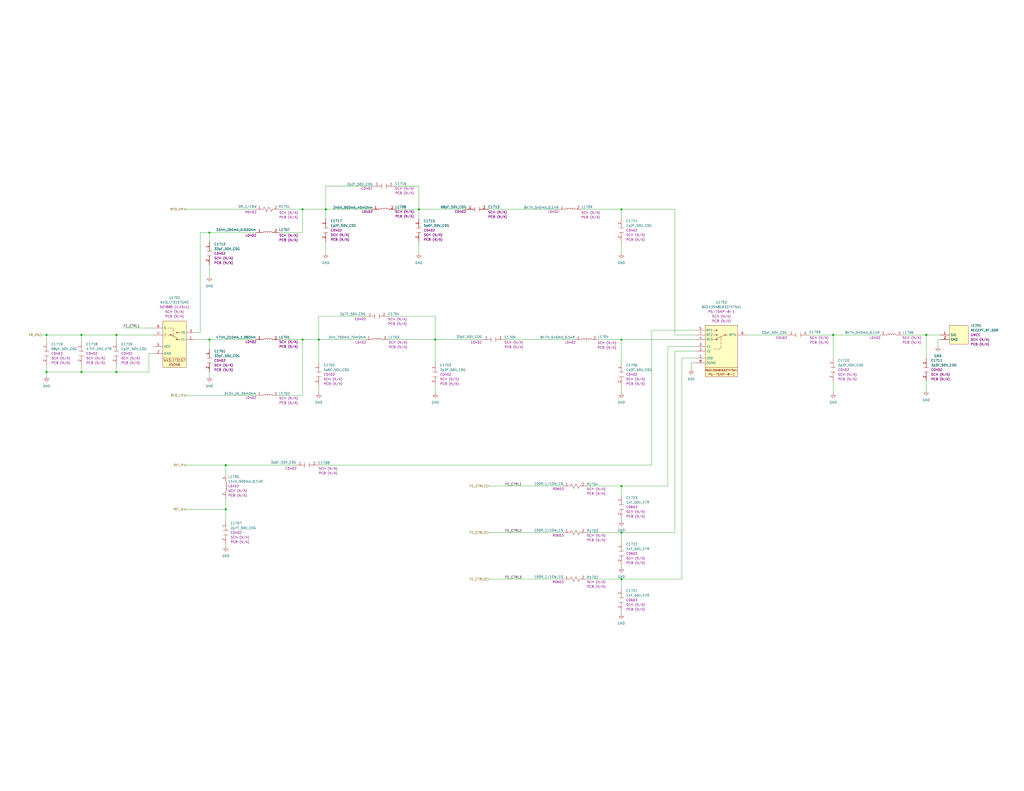
<source format=kicad_sch>
(kicad_sch (version 20231120) (generator "eeschema") (generator_version "8.0")
  (paper "C")
  (title_block (comment 2 "DRAFT"))
  (junction (at 44.45 182.88))
  (junction (at 44.45 203.2))
  (junction (at 339.09 114.3))
  (junction (at 339.09 290.83))
  (junction (at 63.5 203.2))
  (junction (at 454.66 182.88))
  (junction (at 339.09 265.43))
  (junction (at 177.8 114.3))
  (junction (at 237.49 185.42))
  (junction (at 165.1 114.3))
  (junction (at 505.46 182.88))
  (junction (at 339.09 316.23))
  (junction (at 165.1 185.42))
  (junction (at 123.19 254))
  (junction (at 25.4 182.88))
  (junction (at 228.6 114.3))
  (junction (at 114.3 185.42))
  (junction (at 25.4 203.2))
  (junction (at 114.3 127))
  (junction (at 339.09 185.42))
  (junction (at 63.5 182.88))
  (junction (at 173.99 185.42))
  (junction (at 123.19 278.13))
  (wire (pts (xy 275.59 185.42) (xy 313.69 185.42)))
  (wire (pts (xy 355.6 180.34) (xy 379.73 180.34)))
  (wire (pts (xy 173.99 172.72) (xy 173.99 185.42)))
  (wire (pts (xy 228.6 138.43) (xy 228.6 132.08)))
  (wire (pts (xy 377.19 198.12) (xy 379.73 198.12)))
  (wire (pts (xy 505.46 213.36) (xy 505.46 208.28)))
  (wire (pts (xy 106.68 181.61) (xy 109.22 181.61)))
  (wire (pts (xy 320.04 265.43) (xy 339.09 265.43)))
  (wire (pts (xy 320.04 290.83) (xy 339.09 290.83)))
  (wire (pts (xy 106.68 185.42) (xy 114.3 185.42)))
  (wire (pts (xy 81.28 203.2) (xy 63.5 203.2)))
  (wire (pts (xy 368.3 182.88) (xy 368.3 114.3)))
  (wire (pts (xy 355.6 254) (xy 173.99 254)))
  (wire (pts (xy 123.19 254) (xy 161.29 254)))
  (wire (pts (xy 379.73 195.58) (xy 372.11 195.58)))
  (wire (pts (xy 165.1 114.3) (xy 177.8 114.3)))
  (wire (pts (xy 25.4 182.88) (xy 25.4 186.69)))
  (wire (pts (xy 67.31 179.07) (xy 83.82 179.07)))
  (wire (pts (xy 368.3 191.77) (xy 368.3 290.83)))
  (wire (pts (xy 320.04 316.23) (xy 339.09 316.23)))
  (wire (pts (xy 165.1 185.42) (xy 165.1 215.9)))
  (wire (pts (xy 114.3 205.74) (xy 114.3 203.2)))
  (wire (pts (xy 177.8 114.3) (xy 203.2 114.3)))
  (wire (pts (xy 25.4 203.2) (xy 25.4 205.74)))
  (wire (pts (xy 228.6 114.3) (xy 254 114.3)))
  (wire (pts (xy 139.7 127) (xy 114.3 127)))
  (wire (pts (xy 203.2 101.6) (xy 177.8 101.6)))
  (wire (pts (xy 109.22 127) (xy 109.22 181.61)))
  (wire (pts (xy 152.4 185.42) (xy 165.1 185.42)))
  (wire (pts (xy 368.3 290.83) (xy 339.09 290.83)))
  (wire (pts (xy 364.49 189.23) (xy 364.49 265.43)))
  (wire (pts (xy 379.73 182.88) (xy 368.3 182.88)))
  (wire (pts (xy 339.09 309.88) (xy 339.09 308.61)))
  (wire (pts (xy 379.73 191.77) (xy 368.3 191.77)))
  (wire (pts (xy 339.09 185.42) (xy 339.09 198.12)))
  (wire (pts (xy 339.09 265.43) (xy 339.09 270.51)))
  (wire (pts (xy 266.7 316.23) (xy 307.34 316.23)))
  (wire (pts (xy 212.09 172.72) (xy 237.49 172.72)))
  (wire (pts (xy 173.99 185.42) (xy 199.39 185.42)))
  (wire (pts (xy 513.08 185.42) (xy 511.81 185.42)))
  (wire (pts (xy 101.6 278.13) (xy 123.19 278.13)))
  (wire (pts (xy 339.09 214.63) (xy 339.09 210.82)))
  (wire (pts (xy 114.3 127) (xy 114.3 132.08)))
  (wire (pts (xy 123.19 278.13) (xy 123.19 284.48)))
  (wire (pts (xy 237.49 214.63) (xy 237.49 210.82)))
  (wire (pts (xy 63.5 182.88) (xy 83.82 182.88)))
  (wire (pts (xy 44.45 182.88) (xy 25.4 182.88)))
  (wire (pts (xy 339.09 138.43) (xy 339.09 132.08)))
  (wire (pts (xy 266.7 265.43) (xy 307.34 265.43)))
  (wire (pts (xy 228.6 101.6) (xy 228.6 114.3)))
  (wire (pts (xy 114.3 151.13) (xy 114.3 144.78)))
  (wire (pts (xy 364.49 265.43) (xy 339.09 265.43)))
  (wire (pts (xy 237.49 185.42) (xy 237.49 198.12)))
  (wire (pts (xy 101.6 254) (xy 123.19 254)))
  (wire (pts (xy 355.6 180.34) (xy 355.6 254)))
  (wire (pts (xy 165.1 215.9) (xy 152.4 215.9)))
  (wire (pts (xy 173.99 214.63) (xy 173.99 210.82)))
  (wire (pts (xy 454.66 214.63) (xy 454.66 208.28)))
  (wire (pts (xy 114.3 185.42) (xy 139.7 185.42)))
  (wire (pts (xy 123.19 254) (xy 123.19 259.08)))
  (wire (pts (xy 237.49 172.72) (xy 237.49 185.42)))
  (wire (pts (xy 492.76 182.88) (xy 505.46 182.88)))
  (wire (pts (xy 505.46 182.88) (xy 505.46 195.58)))
  (wire (pts (xy 123.19 298.45) (xy 123.19 297.18)))
  (wire (pts (xy 266.7 290.83) (xy 307.34 290.83)))
  (wire (pts (xy 177.8 138.43) (xy 177.8 132.08)))
  (wire (pts (xy 339.09 316.23) (xy 339.09 321.31)))
  (wire (pts (xy 372.11 195.58) (xy 372.11 316.23)))
  (wire (pts (xy 63.5 182.88) (xy 63.5 186.69)))
  (wire (pts (xy 44.45 182.88) (xy 44.45 186.69)))
  (wire (pts (xy 339.09 284.48) (xy 339.09 283.21)))
  (wire (pts (xy 407.67 182.88) (xy 429.26 182.88)))
  (wire (pts (xy 63.5 203.2) (xy 44.45 203.2)))
  (wire (pts (xy 101.6 114.3) (xy 139.7 114.3)))
  (wire (pts (xy 215.9 101.6) (xy 228.6 101.6)))
  (wire (pts (xy 372.11 316.23) (xy 339.09 316.23)))
  (wire (pts (xy 177.8 101.6) (xy 177.8 114.3)))
  (wire (pts (xy 22.86 182.88) (xy 25.4 182.88)))
  (wire (pts (xy 377.19 201.93) (xy 377.19 198.12)))
  (wire (pts (xy 237.49 185.42) (xy 262.89 185.42)))
  (wire (pts (xy 81.28 193.04) (xy 81.28 203.2)))
  (wire (pts (xy 505.46 182.88) (xy 513.08 182.88)))
  (wire (pts (xy 139.7 215.9) (xy 101.6 215.9)))
  (wire (pts (xy 339.09 335.28) (xy 339.09 334.01)))
  (wire (pts (xy 63.5 199.39) (xy 63.5 203.2)))
  (wire (pts (xy 114.3 127) (xy 109.22 127)))
  (wire (pts (xy 152.4 127) (xy 165.1 127)))
  (wire (pts (xy 215.9 114.3) (xy 228.6 114.3)))
  (wire (pts (xy 152.4 114.3) (xy 165.1 114.3)))
  (wire (pts (xy 266.7 114.3) (xy 304.8 114.3)))
  (wire (pts (xy 379.73 189.23) (xy 364.49 189.23)))
  (wire (pts (xy 454.66 182.88) (xy 480.06 182.88)))
  (wire (pts (xy 368.3 114.3) (xy 339.09 114.3)))
  (wire (pts (xy 326.39 185.42) (xy 339.09 185.42)))
  (wire (pts (xy 199.39 172.72) (xy 173.99 172.72)))
  (wire (pts (xy 114.3 185.42) (xy 114.3 190.5)))
  (wire (pts (xy 165.1 127) (xy 165.1 114.3)))
  (wire (pts (xy 123.19 278.13) (xy 123.19 271.78)))
  (wire (pts (xy 339.09 290.83) (xy 339.09 295.91)))
  (wire (pts (xy 454.66 182.88) (xy 454.66 195.58)))
  (wire (pts (xy 177.8 114.3) (xy 177.8 119.38)))
  (wire (pts (xy 317.5 114.3) (xy 339.09 114.3)))
  (wire (pts (xy 441.96 182.88) (xy 454.66 182.88)))
  (wire (pts (xy 25.4 203.2) (xy 25.4 199.39)))
  (wire (pts (xy 511.81 185.42) (xy 511.81 189.23)))
  (wire (pts (xy 339.09 185.42) (xy 379.73 185.42)))
  (wire (pts (xy 228.6 119.38) (xy 228.6 114.3)))
  (wire (pts (xy 44.45 199.39) (xy 44.45 203.2)))
  (wire (pts (xy 44.45 182.88) (xy 63.5 182.88)))
  (wire (pts (xy 165.1 185.42) (xy 173.99 185.42)))
  (wire (pts (xy 173.99 185.42) (xy 173.99 198.12)))
  (wire (pts (xy 339.09 119.38) (xy 339.09 114.3)))
  (wire (pts (xy 212.09 185.42) (xy 237.49 185.42)))
  (wire (pts (xy 81.28 193.04) (xy 83.82 193.04)))
  (wire (pts (xy 44.45 203.2) (xy 25.4 203.2)))
  (label "FE_CTRL3" (at 275.59 316.23 0))
  (label "FE_CTRL1" (at 67.31 179.07 0))
  (label "FE_CTRL1" (at 275.59 265.43 0))
  (label "FE_CTRL2" (at 275.59 290.83 0))
  (hierarchical_label "FE_CTRL2" (shape input) (at 266.7 290.83 180))
  (hierarchical_label "FE_CTRL3" (shape input) (at 266.7 316.23 180))
  (hierarchical_label "FE_CTRL1" (shape input) (at 266.7 265.43 180))
  (hierarchical_label "VR_PA" (shape input) (at 22.86 182.88 180))
  (hierarchical_label "RFI_P" (shape bidirectional) (at 101.6 254 180))
  (hierarchical_label "RFI_N" (shape bidirectional) (at 101.6 278.13 180))
  (hierarchical_label "RFO_LP" (shape bidirectional) (at 101.6 215.9 180))
  (hierarchical_label "RFO_HP" (shape bidirectional) (at 101.6 114.3 180))
  (symbol (lib_id "power:GND") (at 505.46 213.36 0) (unit 1)
    (property "Reference" "#PWR01708" (effects (hide yes)))
    (property "Value" "GND" (at 505.46 218.44 0))
    (property "Description" "Power symbol creates a global label with name \"GND\" , ground" (effects (hide yes)))
  )
  (symbol (lib_id "_SCHLIB_Qcopter:CAP_CER_1.2pF_50V_C0G_C0402") (at 63.5 186.69 270) (unit 1)
    (property "Reference" "C1720" (at 66.04 187.9599 90) (effects (justify left)))
    (property "Value" "1p2F_50V_C0G" (at 66.04 190.4999 90) (effects (justify left)))
    (property "Footprint" "Capacitor_SMD:C_0402_1005Metric" (effects (hide yes)))
    (property "Datasheet" "https://search.murata.co.jp/Ceramy/image/img/A01X/G101/ENG/GJM1555C1H1R2WB01-01.pdf" (effects (hide yes)))
    (property "Description" "1.2 pF ±0.05pF 50V Ceramic Capacitor C0G, NP0 0402 (1005 Metric)" (effects (hide yes)))
    (property "Package" "C0402" (at 66.04 193.0399 90) (effects (justify left)))
    (property "Part Number (Manufacturer)" "GJM1555C1H1R2WB01D" (effects (hide yes)))
    (property "Manufacturer" "Murata Electronics" (effects (hide yes)))
    (property "Part Number (Vendor)" "490-11195-2-ND" (effects (hide yes)))
    (property "Vendor" "Digikey" (effects (hide yes)))
    (property "Purchase Link" "https://www.digikey.ca/en/products/detail/murata-electronics/GJM1555C1H1R2WB01D/2592877?s=N4IgTCBcDaIOICkCyBGArBgwigEigSmAOoBCADCgCIgC6AvkA" (effects (hide yes)))
    (property "SCH CHECK" "SCH (N/A)" (at 66.04 195.5799 90) (effects (justify left)))
    (property "PCB CHECK" "PCB (N/A)" (at 66.04 198.1199 90) (effects (justify left)))
  )
  (symbol (lib_id "_SCHLIB_Qcopter:CAP_CER_2.7pF_50V_C0G_C0402") (at 199.39 172.72 0) (unit 1)
    (property "Reference" "C1704" (at 214.884 171.45 0))
    (property "Value" "2p7F_50V_C0G" (at 192.532 171.45 0))
    (property "Footprint" "Capacitor_SMD:C_0402_1005Metric" (effects (hide yes)))
    (property "Datasheet" "https://www.yageo.com/upload/media/product/productsearch/datasheet/mlcc/UPY-GP_NP0_16V-to-50V_18.pdf" (effects (hide yes)))
    (property "Description" "2.7 pF ±0.1pF 50V Ceramic Capacitor C0G, NP0 0402 (1005 Metric)" (effects (hide yes)))
    (property "Package" "C0402" (at 196.596 174.244 0))
    (property "Part Number (Manufacturer)" "CC0402BRNPO9BN2R7" (effects (hide yes)))
    (property "Manufacturer" "YAGEO" (effects (hide yes)))
    (property "Part Number (Vendor)" "311-1619-2-ND" (effects (hide yes)))
    (property "Vendor" "Digikey" (effects (hide yes)))
    (property "Purchase Link" "https://www.digikey.ca/en/products/detail/yageo/CC0402BRNPO9BN2R7/5195028?s=N4IgTCBcDaIMJwAwBZFgEICUByAFA8gJzrZiYDsIAugL5A" (effects (hide yes)))
    (property "SCH CHECK" "SCH (N/A)" (at 216.916 174.244 0))
    (property "PCB CHECK" "PCB (N/A)" (at 216.916 176.784 0))
  )
  (symbol (lib_id "_SCHLIB_Qcopter:IND_8.7nH_540mA_0.14R_5.5GHz_L0402") (at 480.06 182.88 0) (unit 1)
    (property "Reference" "L1706" (at 495.554 181.61 0))
    (property "Value" "8n7H_540mA_0.14R" (at 470.662 181.61 0))
    (property "Footprint" "Inductor_SMD:L_0402_1005Metric" (effects (hide yes)))
    (property "Datasheet" "https://search.murata.co.jp/Ceramy/image/img/P02/JELF243A-0050.pdf" (effects (hide yes)))
    (property "Description" "8.7 nH Unshielded Drum Core, Wirewound Inductor 540 mA 140mOhm Max 0402 (1005 Metric)" (effects (hide yes)))
    (property "Package" "L0402" (at 477.52 184.404 0))
    (property "Part Number (Manufacturer)" "LQW15AN8N7H00D" (effects (hide yes)))
    (property "Manufacturer" "Murata Electronics" (effects (hide yes)))
    (property "Part Number (Vendor)" "490-8443-2-ND" (effects (hide yes)))
    (property "Vendor" "Digikey" (effects (hide yes)))
    (property "Purchase Link" "https://www.digikey.ca/en/products/detail/murata-electronics/LQW15AN8N7H00D/2594964?s=N4IgTCBcDaIDIEUDqBGArAQQHIA4sHYAJABmJAF0BfIA" (effects (hide yes)))
    (property "SCH CHECK" "SCH (N/A)" (at 497.586 184.404 0))
    (property "PCB CHECK" "PCB (N/A)" (at 497.586 186.944 0))
  )
  (symbol (lib_id "_SCHLIB_Qcopter:RES_100R_1/10W_1%_R0603") (at 307.34 290.83 0) (unit 1)
    (property "Reference" "R1703" (at 323.342 289.814 0))
    (property "Value" "100R_1/10W_1%" (at 299.466 289.56 0))
    (property "Footprint" "Resistor_SMD:R_0603_1608Metric" (effects (hide yes)))
    (property "Datasheet" "https://www.seielect.com/catalog/sei-rmcf_rmcp.pdf" (effects (hide yes)))
    (property "Description" "100 Ohms ±1% 0.1W, 1/10W Chip Resistor 0603 (1608 Metric) Automotive AEC-Q200 Thick Film" (effects (hide yes)))
    (property "Package" "R0603" (at 304.546 292.354 0))
    (property "Part Number (Manufacturer)" "RMCF0603FT100R" (effects (hide yes)))
    (property "Manufacturer" "Stackpole Electronics Inc" (effects (hide yes)))
    (property "Part Number (Vendor)" "RMCF0603FT100RTR-ND" (effects (hide yes)))
    (property "Vendor" "Digikey" (effects (hide yes)))
    (property "Purchase Link" "https://www.digikey.ca/en/products/detail/stackpole-electronics-inc/RMCF0603FT100R/1761113" (effects (hide yes)))
    (property "SCH CHECK" "SCH (N/A)" (at 325.374 292.354 0))
    (property "PCB CHECK" "PCB (N/A)" (at 325.374 294.894 0))
  )
  (symbol (lib_id "_SCHLIB_Qcopter:IND_33nH_260mA_3.2GHz_0.63Ohm_L0402") (at 139.7 127 0) (unit 1)
    (property "Reference" "L1707" (at 155.194 125.476 0))
    (property "Value" "33nH_260mA_0.63Ohm" (at 128.778 125.476 0))
    (property "Footprint" "Inductor_SMD:L_0402_1005Metric" (effects (hide yes)))
    (property "Datasheet" "https://search.murata.co.jp/Ceramy/image/img/P02/JELF243A-0050.pdf" (effects (hide yes)))
    (property "Description" "33 nH Unshielded Drum Core, Wirewound Inductor 260 mA 630mOhm Max 0402 (1005 Metric)" (effects (hide yes)))
    (property "Package" "L0402" (at 136.906 128.524 0))
    (property "Part Number (Manufacturer)" "LQW15AN33NG00D" (effects (hide yes)))
    (property "Manufacturer" "Murata Electronics" (effects (hide yes)))
    (property "Part Number (Vendor)" "490-6804-2-ND" (effects (hide yes)))
    (property "Vendor" "Digikey" (effects (hide yes)))
    (property "Purchase Link" "https://www.digikey.ca/en/products/detail/murata-electronics/LQW15AN33NG00D/2594897?s=N4IgTCBcDaIDIEUDqBGArAQQHIGYdYHEAGIkAXQF8g" (effects (hide yes)))
    (property "SCH CHECK" "SCH (N/A)" (at 157.48 128.524 0))
    (property "PCB CHECK" "PCB (N/A)" (at 157.48 131.064 0))
  )
  (symbol (lib_id "_SCHLIB_Qcopter:CAP_CER_68pF_50V_C0G_C0402") (at 25.4 186.69 270) (unit 1)
    (property "Reference" "C1719" (at 27.94 187.9599 90) (effects (justify left)))
    (property "Value" "68pF_50V_C0G" (at 27.94 190.4999 90) (effects (justify left)))
    (property "Footprint" "Capacitor_SMD:C_0402_1005Metric" (effects (hide yes)))
    (property "Datasheet" "https://www.yageo.com/upload/media/product/productsearch/datasheet/mlcc/UPY-GP_NP0_16V-to-50V_18.pdf" (effects (hide yes)))
    (property "Description" "68 pF ±5% 50V Ceramic Capacitor C0G, NP0 0402 (1005 Metric)" (effects (hide yes)))
    (property "Package" "C0402" (at 27.94 193.0399 90) (effects (justify left)))
    (property "Part Number (Manufacturer)" "CC0402JRNPO9BN680" (effects (hide yes)))
    (property "Manufacturer" "YAGEO" (effects (hide yes)))
    (property "Part Number (Vendor)" "311-1340-2-ND" (effects (hide yes)))
    (property "Vendor" "Digikey" (effects (hide yes)))
    (property "Purchase Link" "https://www.digikey.ca/en/products/detail/yageo/CC0402JRNPO9BN680/2103078?s=N4IgTCBcDaIMJwAwBZFgFICUByAFA8gJwBC2AbAByIgC6AvkA" (effects (hide yes)))
    (property "SCH CHECK" "SCH (N/A)" (at 27.94 195.5799 90) (effects (justify left)))
    (property "PCB CHECK" "PCB (N/A)" (at 27.94 198.1199 90) (effects (justify left)))
  )
  (symbol (lib_id "_SCHLIB_Qcopter:CAP_CER_1nF_50V_X7R_C0603") (at 339.09 295.91 270) (unit 1)
    (property "Reference" "C1722" (at 341.63 297.1799 90) (effects (justify left)))
    (property "Value" "1nF_50V_X7R" (at 341.63 299.7199 90) (effects (justify left)))
    (property "Footprint" "Capacitor_SMD:C_0603_1608Metric" (effects (hide yes)))
    (property "Datasheet" "https://connect.kemet.com:7667/gateway/IntelliData-ComponentDocumentation/1.0/download/datasheet/C0603C102K5RACTU" (effects (hide yes)))
    (property "Description" "1000 pF ±10% 50V Ceramic Capacitor X7R 0603 (1608 Metric)" (effects (hide yes)))
    (property "Package" "C0603" (at 341.63 302.2599 90) (effects (justify left)))
    (property "Part Number (Manufacturer)" "C0603C102K5RAC7867" (effects (hide yes)))
    (property "Manufacturer" "KEMET" (effects (hide yes)))
    (property "Part Number (Vendor)" "399-C0603C102K5RAC7867TR-ND" (effects (hide yes)))
    (property "Vendor" "Digikey" (effects (hide yes)))
    (property "Purchase Link" "https://www.digikey.ca/en/products/detail/kemet/C0603C102K5RAC7867/411081" (effects (hide yes)))
    (property "SCH CHECK" "SCH (N/A)" (at 341.63 304.7999 90) (effects (justify left)))
    (property "PCB CHECK" "PCB (N/A)" (at 341.63 307.3399 90) (effects (justify left)))
  )
  (symbol (lib_id "power:GND") (at 511.81 189.23 0) (unit 1)
    (property "Reference" "#PWR01709" (effects (hide yes)))
    (property "Value" "GND" (at 511.81 194.31 0))
    (property "Description" "Power symbol creates a global label with name \"GND\" , ground" (effects (hide yes)))
  )
  (symbol (lib_id "power:GND") (at 339.09 309.88 0) (unit 1)
    (property "Reference" "#PWR01715" (effects (hide yes)))
    (property "Value" "GND" (at 339.09 314.96 0))
    (property "Description" "Power symbol creates a global label with name \"GND\" , ground" (effects (hide yes)))
  )
  (symbol (lib_id "_SCHLIB_Qcopter:IND_3.6nH_900mA_40mOhm_9.5GHz_L0402") (at 203.2 114.3 0) (unit 1)
    (property "Reference" "L1708" (at 218.694 113.03 0))
    (property "Value" "3n6H_900mA_40mOhm" (at 192.532 113.284 0))
    (property "Footprint" "Inductor_SMD:L_0402_1005Metric" (effects (hide yes)))
    (property "Datasheet" "https://search.murata.co.jp/Ceramy/image/img/P02/JELF243A-0051.pdf" (effects (hide yes)))
    (property "Description" "3.6 nH Unshielded Drum Core, Wirewound Inductor 900 mA 40mOhm Max 0402 (1005 Metric)" (effects (hide yes)))
    (property "Package" "L0402" (at 200.406 115.57 0))
    (property "Part Number (Manufacturer)" "LQW15AN3N6C10D" (effects (hide yes)))
    (property "Manufacturer" "Murata Electronics" (effects (hide yes)))
    (property "Part Number (Vendor)" "490-6811-2-ND" (effects (hide yes)))
    (property "Vendor" "Digikey" (effects (hide yes)))
    (property "Purchase Link" "https://www.digikey.ca/en/products/detail/murata-electronics/LQW15AN3N6C10D/2594907?s=N4IgTCBcDaIDIEUDqBGArAQQHIGYsDYBhFABhAF0BfIA" (effects (hide yes)))
    (property "SCH CHECK" "SCH (N/A)" (at 220.726 115.57 0))
    (property "PCB CHECK" "PCB (N/A)" (at 220.726 118.11 0))
  )
  (symbol (lib_id "_SCHLIB_Qcopter:IC_SWITCH_BGS13SN8E6327XTSA1_SP3T_1C_6GHz_PG-TSNP-8-1") (at 384.81 177.8 0) (unit 1)
    (property "Reference" "U1702" (at 393.7 165.1 0))
    (property "Value" "BGS13SN8E6327XTSA1" (at 393.7 167.64 0))
    (property "Footprint" "footrpring" (effects (hide yes)))
    (property "Datasheet" "https://www.infineon.com/dgdl/Infineon-BGS13SN8-DS-v02_02-EN.pdf?fileId=5546d462584d1d4a0158cf52e3ae03a7" (effects (hide yes)))
    (property "Description" "RF Switch IC General Purpose SP3T 50Ohm PG-TSNP-8-1" (effects (hide yes)))
    (property "Package" "PG-TSNP-8-1" (at 393.7 170.18 0))
    (property "Part Number (Manufacturer)" "BGS13SN8E6327XTSA1" (effects (hide yes)))
    (property "Manufacturer" "Infineon Technologies" (effects (hide yes)))
    (property "Part Number (Vendor)" "BGS13SN8E6327XTSA1TR-ND" (effects (hide yes)))
    (property "Vendor" "Digikey" (effects (hide yes)))
    (property "Purchase Link" "https://www.digikey.ca/en/products/detail/infineon-technologies/BGS13SN8E6327XTSA1/6560103" (effects (hide yes)))
    (property "SCH CHECK" "SCH (N/A)" (at 393.7 172.72 0))
    (property "PCB CHECK" "PCB (N/A)" (at 393.7 175.26 0))
  )
  (symbol (lib_id "_SCHLIB_Qcopter:IND_8.7nH_540mA_0.14R_5.5GHz_L0402") (at 313.69 185.42 0) (unit 1)
    (property "Reference" "L1704" (at 329.184 183.896 0))
    (property "Value" "8n7H_540mA_0.14R" (at 304.292 184.15 0))
    (property "Footprint" "Inductor_SMD:L_0402_1005Metric" (effects (hide yes)))
    (property "Datasheet" "https://search.murata.co.jp/Ceramy/image/img/P02/JELF243A-0050.pdf" (effects (hide yes)))
    (property "Description" "8.7 nH Unshielded Drum Core, Wirewound Inductor 540 mA 140mOhm Max 0402 (1005 Metric)" (effects (hide yes)))
    (property "Package" "L0402" (at 311.15 186.944 0))
    (property "Part Number (Manufacturer)" "LQW15AN8N7H00D" (effects (hide yes)))
    (property "Manufacturer" "Murata Electronics" (effects (hide yes)))
    (property "Part Number (Vendor)" "490-8443-2-ND" (effects (hide yes)))
    (property "Vendor" "Digikey" (effects (hide yes)))
    (property "Purchase Link" "https://www.digikey.ca/en/products/detail/murata-electronics/LQW15AN8N7H00D/2594964?s=N4IgTCBcDaIDIEUDqBGArAQQHIA4sHYAJABmJAF0BfIA" (effects (hide yes)))
    (property "SCH CHECK" "SCH (N/A)" (at 331.216 187.198 0))
    (property "PCB CHECK" "PCB (N/A)" (at 331.216 189.738 0))
  )
  (symbol (lib_id "power:GND") (at 173.99 214.63 0) (unit 1)
    (property "Reference" "#PWR01704" (effects (hide yes)))
    (property "Value" "GND" (at 173.99 219.71 0))
    (property "Description" "Power symbol creates a global label with name \"GND\" , ground" (effects (hide yes)))
  )
  (symbol (lib_id "_SCHLIB_Qcopter:CAP_CER_1.2pF_50V_C0G_C0402") (at 339.09 119.38 270) (unit 1)
    (property "Reference" "C1714" (at 341.63 120.6499 90) (effects (justify left)))
    (property "Value" "1p2F_50V_C0G" (at 341.63 123.1899 90) (effects (justify left)))
    (property "Footprint" "Capacitor_SMD:C_0402_1005Metric" (effects (hide yes)))
    (property "Datasheet" "https://search.murata.co.jp/Ceramy/image/img/A01X/G101/ENG/GJM1555C1H1R2WB01-01.pdf" (effects (hide yes)))
    (property "Description" "1.2 pF ±0.05pF 50V Ceramic Capacitor C0G, NP0 0402 (1005 Metric)" (effects (hide yes)))
    (property "Package" "C0402" (at 341.63 125.7299 90) (effects (justify left)))
    (property "Part Number (Manufacturer)" "GJM1555C1H1R2WB01D" (effects (hide yes)))
    (property "Manufacturer" "Murata Electronics" (effects (hide yes)))
    (property "Part Number (Vendor)" "490-11195-2-ND" (effects (hide yes)))
    (property "Vendor" "Digikey" (effects (hide yes)))
    (property "Purchase Link" "https://www.digikey.ca/en/products/detail/murata-electronics/GJM1555C1H1R2WB01D/2592877?s=N4IgTCBcDaIOICkCyBGArBgwigEigSmAOoBCADCgCIgC6AvkA" (effects (hide yes)))
    (property "SCH CHECK" "SCH (N/A)" (at 341.63 128.2699 90) (effects (justify left)))
    (property "PCB CHECK" "PCB (N/A)" (at 341.63 130.8099 90) (effects (justify left)))
  )
  (symbol (lib_id "_SCHLIB_Qcopter:CAP_CER_1nF_50V_X7R_C0603") (at 339.09 321.31 270) (unit 1)
    (property "Reference" "C1721" (at 341.63 322.5799 90) (effects (justify left)))
    (property "Value" "1nF_50V_X7R" (at 341.63 325.1199 90) (effects (justify left)))
    (property "Footprint" "Capacitor_SMD:C_0603_1608Metric" (effects (hide yes)))
    (property "Datasheet" "https://connect.kemet.com:7667/gateway/IntelliData-ComponentDocumentation/1.0/download/datasheet/C0603C102K5RACTU" (effects (hide yes)))
    (property "Description" "1000 pF ±10% 50V Ceramic Capacitor X7R 0603 (1608 Metric)" (effects (hide yes)))
    (property "Package" "C0603" (at 341.63 327.6599 90) (effects (justify left)))
    (property "Part Number (Manufacturer)" "C0603C102K5RAC7867" (effects (hide yes)))
    (property "Manufacturer" "KEMET" (effects (hide yes)))
    (property "Part Number (Vendor)" "399-C0603C102K5RAC7867TR-ND" (effects (hide yes)))
    (property "Vendor" "Digikey" (effects (hide yes)))
    (property "Purchase Link" "https://www.digikey.ca/en/products/detail/kemet/C0603C102K5RAC7867/411081" (effects (hide yes)))
    (property "SCH CHECK" "SCH (N/A)" (at 341.63 330.1999 90) (effects (justify left)))
    (property "PCB CHECK" "PCB (N/A)" (at 341.63 332.7399 90) (effects (justify left)))
  )
  (symbol (lib_id "_SCHLIB_Qcopter:CAP_CER_1.3pF_50V_C0G_C0402") (at 339.09 198.12 270) (unit 1)
    (property "Reference" "C1706" (at 341.63 199.3899 90) (effects (justify left)))
    (property "Value" "1p3F_50V_C0G" (at 341.63 201.9299 90) (effects (justify left)))
    (property "Footprint" "Capacitor_SMD:C_0402_1005Metric" (effects (hide yes)))
    (property "Datasheet" "https://www.yageo.com/upload/media/product/productsearch/datasheet/mlcc/UPY-GP_NP0_16V-to-50V_18.pdf" (effects (hide yes)))
    (property "Description" "1.3 pF ±0.1pF 50V Ceramic Capacitor C0G, NP0 0402 (1005 Metric)" (effects (hide yes)))
    (property "Package" "C0402" (at 341.63 204.4699 90) (effects (justify left)))
    (property "Part Number (Manufacturer)" "CC0402BRNPO9BN1R3" (effects (hide yes)))
    (property "Manufacturer" "YAGEO" (effects (hide yes)))
    (property "Part Number (Vendor)" "311-3322-2-ND" (effects (hide yes)))
    (property "Vendor" "Digikey" (effects (hide yes)))
    (property "Purchase Link" "https://www.digikey.ca/en/products/detail/yageo/CC0402BRNPO9BN1R3/5883185?s=N4IgTCBcDaIMJwAwBZFgEICUByAFA8gJzrYCMmAzCALoC%2BQA" (effects (hide yes)))
    (property "SCH CHECK" "SCH (N/A)" (at 341.63 207.0099 90) (effects (justify left)))
    (property "PCB CHECK" "PCB (N/A)" (at 341.63 209.5499 90) (effects (justify left)))
  )
  (symbol (lib_id "_SCHLIB_Qcopter:CAP_CER_3.3pF_50V_C0G_C0402") (at 505.46 195.58 270) (unit 1)
    (property "Reference" "C1711" (at 508 196.8499 90) (effects (justify left)))
    (property "Value" "3p3F_50V_C0G" (at 508 199.3899 90) (effects (justify left)))
    (property "Footprint" "Capacitor_SMD:C_0402_1005Metric" (effects (hide yes)))
    (property "Datasheet" "https://www.yageo.com/upload/media/product/productsearch/datasheet/mlcc/UPY-AC_NP0X7RX7S_6.3V-to-2KV_19.pdf" (effects (hide yes)))
    (property "Description" "3.3 pF ±0.1pF 50V Ceramic Capacitor C0G, NP0 0402 (1005 Metric)" (effects (hide yes)))
    (property "Package" "C0402" (at 508 201.9299 90) (effects (justify left)))
    (property "Part Number (Manufacturer)" "AC0402BRNPO9BN3R3" (effects (hide yes)))
    (property "Manufacturer" "YAGEO" (effects (hide yes)))
    (property "Part Number (Vendor)" "13-AC0402BRNPO9BN3R3TR-ND" (effects (hide yes)))
    (property "Vendor" "Digikey" (effects (hide yes)))
    (property "Purchase Link" "https://www.digikey.ca/en/products/detail/yageo/AC0402BRNPO9BN3R3/19285216" (effects (hide yes)))
    (property "SCH CHECK" "SCH (N/A)" (at 508 204.4699 90) (effects (justify left)))
    (property "PCB CHECK" "PCB (N/A)" (at 508 207.0099 90) (effects (justify left)))
  )
  (symbol (lib_id "power:GND") (at 177.8 138.43 0) (unit 1)
    (property "Reference" "#PWR01712" (effects (hide yes)))
    (property "Value" "GND" (at 177.8 143.51 0))
    (property "Description" "Power symbol creates a global label with name \"GND\" , ground" (effects (hide yes)))
  )
  (symbol (lib_id "_SCHLIB_Qcopter:CAP_CER_5.6pF_50V_C0G_C0402") (at 228.6 119.38 270) (unit 1)
    (property "Reference" "C1715" (at 231.14 120.6499 90) (effects (justify left)))
    (property "Value" "5p6F_50V_C0G" (at 231.14 123.1899 90) (effects (justify left)))
    (property "Footprint" "Capacitor_SMD:C_0402_1005Metric" (effects (hide yes)))
    (property "Datasheet" "https://www.yageo.com/upload/media/product/productsearch/datasheet/mlcc/UPY-GP_NP0_16V-to-50V_18.pdf" (effects (hide yes)))
    (property "Description" "5.6 pF ±0.1pF 50V Ceramic Capacitor C0G, NP0 0402 (1005 Metric)" (effects (hide yes)))
    (property "Package" "C0402" (at 231.14 125.7299 90) (effects (justify left)))
    (property "Part Number (Manufacturer)" "CC0402BRNPO9BN5R6" (effects (hide yes)))
    (property "Manufacturer" "YAGEO" (effects (hide yes)))
    (property "Part Number (Vendor)" "311-1625-2-ND" (effects (hide yes)))
    (property "Vendor" "Digikey" (effects (hide yes)))
    (property "Purchase Link" "https://www.digikey.ca/en/products/detail/yageo/CC0402BRNPO9BN5R6/5195034?s=N4IgTCBcDaIMJwAwBZFgEICUByAFA8gJzrYCsmAbCALoC%2BQA" (effects (hide yes)))
    (property "SCH CHECK" "SCH (N/A)" (at 231.14 128.2699 90) (effects (justify left)))
    (property "PCB CHECK" "PCB (N/A)" (at 231.14 130.8099 90) (effects (justify left)))
  )
  (symbol (lib_id "power:GND") (at 228.6 138.43 0) (unit 1)
    (property "Reference" "#PWR01711" (effects (hide yes)))
    (property "Value" "GND" (at 228.6 143.51 0))
    (property "Description" "Power symbol creates a global label with name \"GND\" , ground" (effects (hide yes)))
  )
  (symbol (lib_id "power:GND") (at 339.09 138.43 0) (unit 1)
    (property "Reference" "#PWR01710" (effects (hide yes)))
    (property "Value" "GND" (at 339.09 143.51 0))
    (property "Description" "Power symbol creates a global label with name \"GND\" , ground" (effects (hide yes)))
  )
  (symbol (lib_id "_SCHLIB_Qcopter:CONN_RECEPT_RF_50R_6GHz_UMCC") (at 518.16 177.8 0) (unit 1)
    (property "Reference" "J1701" (at 529.59 177.7999 0) (effects (justify left)))
    (property "Value" "RECEPT_RF_50R" (at 529.59 180.3399 0) (effects (justify left)))
    (property "Footprint" "footrpring" (effects (hide yes)))
    (property "Datasheet" "https://mm.digikey.com/Volume0/opasdata/d220001/medias/docus/13/Microwave_Coaxial_Conn_Cat030E.pdf" (effects (hide yes)))
    (property "Description" "SWG Connector Receptacle, Female Socket 50 Ohms Surface Mount Solder" (effects (hide yes)))
    (property "Package" "UMCC" (at 529.59 182.8799 0) (effects (justify left)))
    (property "Part Number (Manufacturer)" "MM8030-2610RJ3" (effects (hide yes)))
    (property "Manufacturer" "Murata Electronics" (effects (hide yes)))
    (property "Part Number (Vendor)" "490-5907-2-ND" (effects (hide yes)))
    (property "Vendor" "Digikey" (effects (hide yes)))
    (property "Purchase Link" "purchase link" (effects (hide yes)))
    (property "SCH CHECK" "SCH (N/A)" (at 529.59 185.4199 0) (effects (justify left)))
    (property "PCB CHECK" "PCB (N/A)" (at 529.59 187.9599 0) (effects (justify left)))
  )
  (symbol (lib_id "_SCHLIB_Qcopter:RES_100R_1/10W_1%_R0603") (at 307.34 265.43 0) (unit 1)
    (property "Reference" "R1704" (at 323.342 264.414 0))
    (property "Value" "100R_1/10W_1%" (at 299.466 264.16 0))
    (property "Footprint" "Resistor_SMD:R_0603_1608Metric" (effects (hide yes)))
    (property "Datasheet" "https://www.seielect.com/catalog/sei-rmcf_rmcp.pdf" (effects (hide yes)))
    (property "Description" "100 Ohms ±1% 0.1W, 1/10W Chip Resistor 0603 (1608 Metric) Automotive AEC-Q200 Thick Film" (effects (hide yes)))
    (property "Package" "R0603" (at 304.546 266.954 0))
    (property "Part Number (Manufacturer)" "RMCF0603FT100R" (effects (hide yes)))
    (property "Manufacturer" "Stackpole Electronics Inc" (effects (hide yes)))
    (property "Part Number (Vendor)" "RMCF0603FT100RTR-ND" (effects (hide yes)))
    (property "Vendor" "Digikey" (effects (hide yes)))
    (property "Purchase Link" "https://www.digikey.ca/en/products/detail/stackpole-electronics-inc/RMCF0603FT100R/1761113" (effects (hide yes)))
    (property "SCH CHECK" "SCH (N/A)" (at 325.374 266.954 0))
    (property "PCB CHECK" "PCB (N/A)" (at 325.374 269.494 0))
  )
  (symbol (lib_id "_SCHLIB_Qcopter:CAP_CER_33pF_50V_C0G_C0402") (at 114.3 132.08 270) (unit 1)
    (property "Reference" "C1712" (at 116.84 133.3499 90) (effects (justify left)))
    (property "Value" "33pF_50V_C0G" (at 116.84 135.8899 90) (effects (justify left)))
    (property "Footprint" "Capacitor_SMD:C_0402_1005Metric" (effects (hide yes)))
    (property "Datasheet" "https://www.yageo.com/upload/media/product/productsearch/datasheet/mlcc/UPY-GP_NP0_16V-to-50V_18.pdf" (effects (hide yes)))
    (property "Description" "33 pF ±2% 50V Ceramic Capacitor C0G, NP0 0402 (1005 Metric)" (effects (hide yes)))
    (property "Package" "C0402" (at 116.84 138.4299 90) (effects (justify left)))
    (property "Part Number (Manufacturer)" "CC0402GRNPO9BN330" (effects (hide yes)))
    (property "Manufacturer" "YAGEO" (effects (hide yes)))
    (property "Part Number (Vendor)" "311-1654-2-ND" (effects (hide yes)))
    (property "Vendor" "Digikey" (effects (hide yes)))
    (property "Purchase Link" "https://www.digikey.ca/en/products/detail/yageo/CC0402GRNPO9BN330/5195063?s=N4IgTCBcDaIMJwAwBZFgOICUByAFA8gJwBC2AzGYiALoC%2BQA" (effects (hide yes)))
    (property "SCH CHECK" "SCH (N/A)" (at 116.84 140.9699 90) (effects (justify left)))
    (property "PCB CHECK" "PCB (N/A)" (at 116.84 143.5099 90) (effects (justify left)))
  )
  (symbol (lib_id "_SCHLIB_Qcopter:CAP_CER_1nF_50V_X7R_C0603") (at 339.09 270.51 270) (unit 1)
    (property "Reference" "C1723" (at 341.63 271.7799 90) (effects (justify left)))
    (property "Value" "1nF_50V_X7R" (at 341.63 274.3199 90) (effects (justify left)))
    (property "Footprint" "Capacitor_SMD:C_0603_1608Metric" (effects (hide yes)))
    (property "Datasheet" "https://connect.kemet.com:7667/gateway/IntelliData-ComponentDocumentation/1.0/download/datasheet/C0603C102K5RACTU" (effects (hide yes)))
    (property "Description" "1000 pF ±10% 50V Ceramic Capacitor X7R 0603 (1608 Metric)" (effects (hide yes)))
    (property "Package" "C0603" (at 341.63 276.8599 90) (effects (justify left)))
    (property "Part Number (Manufacturer)" "C0603C102K5RAC7867" (effects (hide yes)))
    (property "Manufacturer" "KEMET" (effects (hide yes)))
    (property "Part Number (Vendor)" "399-C0603C102K5RAC7867TR-ND" (effects (hide yes)))
    (property "Vendor" "Digikey" (effects (hide yes)))
    (property "Purchase Link" "https://www.digikey.ca/en/products/detail/kemet/C0603C102K5RAC7867/411081" (effects (hide yes)))
    (property "SCH CHECK" "SCH (N/A)" (at 341.63 279.3999 90) (effects (justify left)))
    (property "PCB CHECK" "PCB (N/A)" (at 341.63 281.9399 90) (effects (justify left)))
  )
  (symbol (lib_id "power:GND") (at 25.4 205.74 0) (unit 1)
    (property "Reference" "#PWR01701" (effects (hide yes)))
    (property "Value" "GND" (at 25.4 210.82 0))
    (property "Description" "Power symbol creates a global label with name \"GND\" , ground" (effects (hide yes)))
  )
  (symbol (lib_id "_SCHLIB_Qcopter:CAP_CER_3.3pF_50V_C0G_C0402") (at 237.49 198.12 270) (unit 1)
    (property "Reference" "C1703" (at 240.03 199.3899 90) (effects (justify left)))
    (property "Value" "3p3F_50V_C0G" (at 240.03 201.9299 90) (effects (justify left)))
    (property "Footprint" "Capacitor_SMD:C_0402_1005Metric" (effects (hide yes)))
    (property "Datasheet" "https://www.yageo.com/upload/media/product/productsearch/datasheet/mlcc/UPY-AC_NP0X7RX7S_6.3V-to-2KV_19.pdf" (effects (hide yes)))
    (property "Description" "3.3 pF ±0.1pF 50V Ceramic Capacitor C0G, NP0 0402 (1005 Metric)" (effects (hide yes)))
    (property "Package" "C0402" (at 240.03 204.4699 90) (effects (justify left)))
    (property "Part Number (Manufacturer)" "AC0402BRNPO9BN3R3" (effects (hide yes)))
    (property "Manufacturer" "YAGEO" (effects (hide yes)))
    (property "Part Number (Vendor)" "13-AC0402BRNPO9BN3R3TR-ND" (effects (hide yes)))
    (property "Vendor" "Digikey" (effects (hide yes)))
    (property "Purchase Link" "https://www.digikey.ca/en/products/detail/yageo/AC0402BRNPO9BN3R3/19285216" (effects (hide yes)))
    (property "SCH CHECK" "SCH (N/A)" (at 240.03 207.0099 90) (effects (justify left)))
    (property "PCB CHECK" "PCB (N/A)" (at 240.03 209.5499 90) (effects (justify left)))
  )
  (symbol (lib_id "_SCHLIB_Qcopter:CAP_CER_2.7pF_50V_C0G_C0402") (at 123.19 284.48 270) (unit 1)
    (property "Reference" "C1707" (at 125.73 285.7499 90) (effects (justify left)))
    (property "Value" "2p7F_50V_C0G" (at 125.73 288.2899 90) (effects (justify left)))
    (property "Footprint" "Capacitor_SMD:C_0402_1005Metric" (effects (hide yes)))
    (property "Datasheet" "https://www.yageo.com/upload/media/product/productsearch/datasheet/mlcc/UPY-GP_NP0_16V-to-50V_18.pdf" (effects (hide yes)))
    (property "Description" "2.7 pF ±0.1pF 50V Ceramic Capacitor C0G, NP0 0402 (1005 Metric)" (effects (hide yes)))
    (property "Package" "C0402" (at 125.73 290.8299 90) (effects (justify left)))
    (property "Part Number (Manufacturer)" "CC0402BRNPO9BN2R7" (effects (hide yes)))
    (property "Manufacturer" "YAGEO" (effects (hide yes)))
    (property "Part Number (Vendor)" "311-1619-2-ND" (effects (hide yes)))
    (property "Vendor" "Digikey" (effects (hide yes)))
    (property "Purchase Link" "https://www.digikey.ca/en/products/detail/yageo/CC0402BRNPO9BN2R7/5195028?s=N4IgTCBcDaIMJwAwBZFgEICUByAFA8gJzrZiYDsIAugL5A" (effects (hide yes)))
    (property "SCH CHECK" "SCH (N/A)" (at 125.73 293.3699 90) (effects (justify left)))
    (property "PCB CHECK" "PCB (N/A)" (at 125.73 295.9099 90) (effects (justify left)))
  )
  (symbol (lib_id "_SCHLIB_Qcopter:CAP_CER_3.6pF_50V_C0G_C0402") (at 161.29 254 0) (unit 1)
    (property "Reference" "C1708" (at 176.784 252.73 0))
    (property "Value" "3p6F_50V_C0G" (at 154.686 252.476 0))
    (property "Footprint" "Capacitor_SMD:C_0402_1005Metric" (effects (hide yes)))
    (property "Datasheet" "https://www.yageo.com/upload/media/product/productsearch/datasheet/mlcc/UPY-GP_NP0_16V-to-50V_18.pdf" (effects (hide yes)))
    (property "Description" "3.6 pF ±0.1pF 50V Ceramic Capacitor C0G, NP0 0402 (1005 Metric)" (effects (hide yes)))
    (property "Package" "C0402" (at 158.75 255.778 0))
    (property "Part Number (Manufacturer)" "CC0402BRNPO9BN3R6" (effects (hide yes)))
    (property "Manufacturer" "YAGEO" (effects (hide yes)))
    (property "Part Number (Vendor)" "311-3324-2-ND" (effects (hide yes)))
    (property "Vendor" "Digikey" (effects (hide yes)))
    (property "Purchase Link" "https://www.digikey.ca/en/products/detail/yageo/CC0402BRNPO9BN3R6/5883190?s=N4IgTCBcDaIMJwAwBZFgEICUByAFA8gJzrYDMmAbCALoC%2BQA" (effects (hide yes)))
    (property "SCH CHECK" "SCH (N/A)" (at 179.07 255.778 0))
    (property "PCB CHECK" "PCB (N/A)" (at 179.07 258.318 0))
  )
  (symbol (lib_id "_SCHLIB_Qcopter:CAP_CER_5.6pF_50V_C0G_C0402") (at 173.99 198.12 270) (unit 1)
    (property "Reference" "C1702" (at 176.53 199.3899 90) (effects (justify left)))
    (property "Value" "5p6F_50V_C0G" (at 176.53 201.9299 90) (effects (justify left)))
    (property "Footprint" "Capacitor_SMD:C_0402_1005Metric" (effects (hide yes)))
    (property "Datasheet" "https://www.yageo.com/upload/media/product/productsearch/datasheet/mlcc/UPY-GP_NP0_16V-to-50V_18.pdf" (effects (hide yes)))
    (property "Description" "5.6 pF ±0.1pF 50V Ceramic Capacitor C0G, NP0 0402 (1005 Metric)" (effects (hide yes)))
    (property "Package" "C0402" (at 176.53 204.4699 90) (effects (justify left)))
    (property "Part Number (Manufacturer)" "CC0402BRNPO9BN5R6" (effects (hide yes)))
    (property "Manufacturer" "YAGEO" (effects (hide yes)))
    (property "Part Number (Vendor)" "311-1625-2-ND" (effects (hide yes)))
    (property "Vendor" "Digikey" (effects (hide yes)))
    (property "Purchase Link" "https://www.digikey.ca/en/products/detail/yageo/CC0402BRNPO9BN5R6/5195034?s=N4IgTCBcDaIMJwAwBZFgEICUByAFA8gJzrYCsmAbCALoC%2BQA" (effects (hide yes)))
    (property "SCH CHECK" "SCH (N/A)" (at 176.53 207.0099 90) (effects (justify left)))
    (property "PCB CHECK" "PCB (N/A)" (at 176.53 209.5499 90) (effects (justify left)))
  )
  (symbol (lib_id "_SCHLIB_Qcopter:IND_3nH_750mA_70mOhm_15GHz_L0402") (at 199.39 185.42 0) (unit 1)
    (property "Reference" "L1703" (at 214.884 184.15 0))
    (property "Value" "3nH_750mA_70mOhm" (at 189.484 184.15 0))
    (property "Footprint" "Inductor_SMD:L_0402_1005Metric" (effects (hide yes)))
    (property "Datasheet" "https://search.murata.co.jp/Ceramy/image/img/P02/JELF243A-0050.pdf" (effects (hide yes)))
    (property "Description" "3 nH Unshielded Drum Core, Wirewound Inductor 750 mA 70mOhm Max 0402 (1005 Metric)" (effects (hide yes)))
    (property "Package" "L0402" (at 196.85 186.944 0))
    (property "Part Number (Manufacturer)" "LQW15AN3N0B00D" (effects (hide yes)))
    (property "Manufacturer" "Murata Electronics" (effects (hide yes)))
    (property "Part Number (Vendor)" "490-LQW15AN3N0B00DTR-ND" (effects (hide yes)))
    (property "Vendor" "Digikey" (effects (hide yes)))
    (property "Purchase Link" "https://www.digikey.ca/en/products/detail/murata-electronics/LQW15AN3N0B00D/10696841?s=N4IgTCBcDaIDIEUDqBGArAQQHIGYsAYAhffEAXQF8g" (effects (hide yes)))
    (property "SCH CHECK" "SCH (N/A)" (at 217.17 186.944 0))
    (property "PCB CHECK" "PCB (N/A)" (at 217.17 189.484 0))
  )
  (symbol (lib_id "_SCHLIB_Qcopter:IND_8.7nH_540mA_0.14R_5.5GHz_L0402") (at 304.8 114.3 0) (unit 1)
    (property "Reference" "L1709" (at 320.294 113.03 0))
    (property "Value" "8n7H_540mA_0.14R" (at 295.402 113.284 0))
    (property "Footprint" "Inductor_SMD:L_0402_1005Metric" (effects (hide yes)))
    (property "Datasheet" "https://search.murata.co.jp/Ceramy/image/img/P02/JELF243A-0050.pdf" (effects (hide yes)))
    (property "Description" "8.7 nH Unshielded Drum Core, Wirewound Inductor 540 mA 140mOhm Max 0402 (1005 Metric)" (effects (hide yes)))
    (property "Package" "L0402" (at 302.006 115.57 0))
    (property "Part Number (Manufacturer)" "LQW15AN8N7H00D" (effects (hide yes)))
    (property "Manufacturer" "Murata Electronics" (effects (hide yes)))
    (property "Part Number (Vendor)" "490-8443-2-ND" (effects (hide yes)))
    (property "Vendor" "Digikey" (effects (hide yes)))
    (property "Purchase Link" "https://www.digikey.ca/en/products/detail/murata-electronics/LQW15AN8N7H00D/2594964?s=N4IgTCBcDaIDIEUDqBGArAQQHIA4sHYAJABmJAF0BfIA" (effects (hide yes)))
    (property "SCH CHECK" "SCH (N/A)" (at 322.326 116.078 0))
    (property "PCB CHECK" "PCB (N/A)" (at 322.326 118.618 0))
  )
  (symbol (lib_id "_SCHLIB_Qcopter:CAP_CER_33pF_50V_C0G_C0402") (at 429.26 182.88 0) (unit 1)
    (property "Reference" "C1709" (at 444.754 181.356 0))
    (property "Value" "33pF_50V_C0G" (at 422.402 181.61 0))
    (property "Footprint" "Capacitor_SMD:C_0402_1005Metric" (effects (hide yes)))
    (property "Datasheet" "https://www.yageo.com/upload/media/product/productsearch/datasheet/mlcc/UPY-GP_NP0_16V-to-50V_18.pdf" (effects (hide yes)))
    (property "Description" "33 pF ±2% 50V Ceramic Capacitor C0G, NP0 0402 (1005 Metric)" (effects (hide yes)))
    (property "Package" "C0402" (at 426.466 184.404 0))
    (property "Part Number (Manufacturer)" "CC0402GRNPO9BN330" (effects (hide yes)))
    (property "Manufacturer" "YAGEO" (effects (hide yes)))
    (property "Part Number (Vendor)" "311-1654-2-ND" (effects (hide yes)))
    (property "Vendor" "Digikey" (effects (hide yes)))
    (property "Purchase Link" "https://www.digikey.ca/en/products/detail/yageo/CC0402GRNPO9BN330/5195063?s=N4IgTCBcDaIMJwAwBZFgOICUByAFA8gJwBC2AzGYiALoC%2BQA" (effects (hide yes)))
    (property "SCH CHECK" "SCH (N/A)" (at 447.04 184.404 0))
    (property "PCB CHECK" "PCB (N/A)" (at 447.04 186.944 0))
  )
  (symbol (lib_id "_SCHLIB_Qcopter:RES_100R_1/10W_1%_R0603") (at 307.34 316.23 0) (unit 1)
    (property "Reference" "R1702" (at 323.342 315.214 0))
    (property "Value" "100R_1/10W_1%" (at 299.466 314.96 0))
    (property "Footprint" "Resistor_SMD:R_0603_1608Metric" (effects (hide yes)))
    (property "Datasheet" "https://www.seielect.com/catalog/sei-rmcf_rmcp.pdf" (effects (hide yes)))
    (property "Description" "100 Ohms ±1% 0.1W, 1/10W Chip Resistor 0603 (1608 Metric) Automotive AEC-Q200 Thick Film" (effects (hide yes)))
    (property "Package" "R0603" (at 304.546 317.754 0))
    (property "Part Number (Manufacturer)" "RMCF0603FT100R" (effects (hide yes)))
    (property "Manufacturer" "Stackpole Electronics Inc" (effects (hide yes)))
    (property "Part Number (Vendor)" "RMCF0603FT100RTR-ND" (effects (hide yes)))
    (property "Vendor" "Digikey" (effects (hide yes)))
    (property "Purchase Link" "https://www.digikey.ca/en/products/detail/stackpole-electronics-inc/RMCF0603FT100R/1761113" (effects (hide yes)))
    (property "SCH CHECK" "SCH (N/A)" (at 325.374 317.754 0))
    (property "PCB CHECK" "PCB (N/A)" (at 325.374 320.294 0))
  )
  (symbol (lib_id "_SCHLIB_Qcopter:CAP_CER_3.3pF_50V_C0G_C0402") (at 454.66 195.58 270) (unit 1)
    (property "Reference" "C1710" (at 457.2 196.8499 90) (effects (justify left)))
    (property "Value" "3p3F_50V_C0G" (at 457.2 199.3899 90) (effects (justify left)))
    (property "Footprint" "Capacitor_SMD:C_0402_1005Metric" (effects (hide yes)))
    (property "Datasheet" "https://www.yageo.com/upload/media/product/productsearch/datasheet/mlcc/UPY-AC_NP0X7RX7S_6.3V-to-2KV_19.pdf" (effects (hide yes)))
    (property "Description" "3.3 pF ±0.1pF 50V Ceramic Capacitor C0G, NP0 0402 (1005 Metric)" (effects (hide yes)))
    (property "Package" "C0402" (at 457.2 201.9299 90) (effects (justify left)))
    (property "Part Number (Manufacturer)" "AC0402BRNPO9BN3R3" (effects (hide yes)))
    (property "Manufacturer" "YAGEO" (effects (hide yes)))
    (property "Part Number (Vendor)" "13-AC0402BRNPO9BN3R3TR-ND" (effects (hide yes)))
    (property "Vendor" "Digikey" (effects (hide yes)))
    (property "Purchase Link" "https://www.digikey.ca/en/products/detail/yageo/AC0402BRNPO9BN3R3/19285216" (effects (hide yes)))
    (property "SCH CHECK" "SCH (N/A)" (at 457.2 204.4699 90) (effects (justify left)))
    (property "PCB CHECK" "PCB (N/A)" (at 457.2 207.0099 90) (effects (justify left)))
  )
  (symbol (lib_id "power:GND") (at 237.49 214.63 0) (unit 1)
    (property "Reference" "#PWR01705" (effects (hide yes)))
    (property "Value" "GND" (at 237.49 219.71 0))
    (property "Description" "Power symbol creates a global label with name \"GND\" , ground" (effects (hide yes)))
  )
  (symbol (lib_id "power:GND") (at 114.3 151.13 0) (unit 1)
    (property "Reference" "#PWR01713" (effects (hide yes)))
    (property "Value" "GND" (at 114.3 156.21 0))
    (property "Description" "Power symbol creates a global label with name \"GND\" , ground" (effects (hide yes)))
  )
  (symbol (lib_id "power:GND") (at 339.09 214.63 0) (unit 1)
    (property "Reference" "#PWR01706" (effects (hide yes)))
    (property "Value" "GND" (at 339.09 219.71 0))
    (property "Description" "Power symbol creates a global label with name \"GND\" , ground" (effects (hide yes)))
  )
  (symbol (lib_id "_SCHLIB_Qcopter:IND_3.3nH_2A_30mR_14GHz_L0402") (at 139.7 215.9 0) (unit 1)
    (property "Reference" "L1702" (at 155.194 214.884 0))
    (property "Value" "3n3H_2A_30mOhm" (at 131.064 214.884 0))
    (property "Footprint" "Inductor_SMD:L_0402_1005Metric" (effects (hide yes)))
    (property "Datasheet" "https://search.murata.co.jp/Ceramy/image/img/P02/JELF243A-0100.pdf" (effects (hide yes)))
    (property "Description" "3.3 nH Unshielded Drum Core, Wirewound Inductor 2 A 30mOhm Max 0402 (1005 Metric)" (effects (hide yes)))
    (property "Package" "L0402" (at 136.906 217.17 0))
    (property "Part Number (Manufacturer)" "LQW15AN3N3C80D" (effects (hide yes)))
    (property "Manufacturer" "Murata Electronics" (effects (hide yes)))
    (property "Part Number (Vendor)" "490-7642-2-ND" (effects (hide yes)))
    (property "Vendor" "Digikey" (effects (hide yes)))
    (property "Purchase Link" "https://www.digikey.ca/en/products/detail/murata-electronics/LQW15AN3N3C80D/4292355?s=N4IgTCBcDaIDIEUDqBGArAQQHIGZcGEAOABhAF0BfIA" (effects (hide yes)))
    (property "SCH CHECK" "SCH (N/A)" (at 157.48 217.424 0))
    (property "PCB CHECK" "PCB (N/A)" (at 157.48 219.964 0))
  )
  (symbol (lib_id "_SCHLIB_Qcopter:CAP_CER_33pF_50V_C0G_C0402") (at 262.89 185.42 0) (unit 1)
    (property "Reference" "C1705" (at 278.384 184.15 0))
    (property "Value" "33pF_50V_C0G" (at 256.032 183.896 0))
    (property "Footprint" "Capacitor_SMD:C_0402_1005Metric" (effects (hide yes)))
    (property "Datasheet" "https://www.yageo.com/upload/media/product/productsearch/datasheet/mlcc/UPY-GP_NP0_16V-to-50V_18.pdf" (effects (hide yes)))
    (property "Description" "33 pF ±2% 50V Ceramic Capacitor C0G, NP0 0402 (1005 Metric)" (effects (hide yes)))
    (property "Package" "C0402" (at 259.842 186.944 0))
    (property "Part Number (Manufacturer)" "CC0402GRNPO9BN330" (effects (hide yes)))
    (property "Manufacturer" "YAGEO" (effects (hide yes)))
    (property "Part Number (Vendor)" "311-1654-2-ND" (effects (hide yes)))
    (property "Vendor" "Digikey" (effects (hide yes)))
    (property "Purchase Link" "https://www.digikey.ca/en/products/detail/yageo/CC0402GRNPO9BN330/5195063?s=N4IgTCBcDaIMJwAwBZFgOICUByAFA8gJwBC2AzGYiALoC%2BQA" (effects (hide yes)))
    (property "SCH CHECK" "SCH (N/A)" (at 280.416 186.944 0))
    (property "PCB CHECK" "PCB (N/A)" (at 280.416 189.484 0))
  )
  (symbol (lib_id "power:GND") (at 454.66 214.63 0) (unit 1)
    (property "Reference" "#PWR01707" (effects (hide yes)))
    (property "Value" "GND" (at 454.66 219.71 0))
    (property "Description" "Power symbol creates a global label with name \"GND\" , ground" (effects (hide yes)))
  )
  (symbol (lib_id "power:GND") (at 123.19 298.45 0) (unit 1)
    (property "Reference" "#PWR01703" (effects (hide yes)))
    (property "Value" "GND" (at 123.19 303.53 0))
    (property "Description" "Power symbol creates a global label with name \"GND\" , ground" (effects (hide yes)))
  )
  (symbol (lib_id "_SCHLIB_Qcopter:IND_47nH_210mA_1.08Ohm_L0402") (at 139.7 185.42 0) (unit 1)
    (property "Reference" "L1701" (at 155.194 184.15 0))
    (property "Value" "47nH_210mA_1.08Ohm" (at 128.778 184.15 0))
    (property "Footprint" "Inductor_SMD:L_0402_1005Metric" (effects (hide yes)))
    (property "Datasheet" "https://search.murata.co.jp/Ceramy/image/img/P02/JELF243A-0050.pdf" (effects (hide yes)))
    (property "Description" "47 nH Unshielded Drum Core, Wirewound Inductor 210 mA 1.08Ohm Max 0402 (1005 Metric)" (effects (hide yes)))
    (property "Package" "L0402" (at 136.906 186.69 0))
    (property "Part Number (Manufacturer)" "LQW15AN47NJ00D" (effects (hide yes)))
    (property "Manufacturer" "Murata Electronics" (effects (hide yes)))
    (property "Part Number (Vendor)" "490-1154-2-ND" (effects (hide yes)))
    (property "Vendor" "Digikey" (effects (hide yes)))
    (property "Purchase Link" "https://www.digikey.ca/en/products/detail/murata-electronics/LQW15AN47NJ00D/584363?s=N4IgTCBcDaIDIEUDqBGArAQQHIBYDsWAUgAzEgC6AvkA" (effects (hide yes)))
    (property "SCH CHECK" "SCH (N/A)" (at 157.48 186.69 0))
    (property "PCB CHECK" "PCB (N/A)" (at 157.48 189.23 0))
  )
  (symbol (lib_id "_SCHLIB_Qcopter:CAP_CER_1.2pF_50V_C0G_C0402") (at 177.8 119.38 270) (unit 1)
    (property "Reference" "C1717" (at 180.34 120.6499 90) (effects (justify left)))
    (property "Value" "1p2F_50V_C0G" (at 180.34 123.1899 90) (effects (justify left)))
    (property "Footprint" "Capacitor_SMD:C_0402_1005Metric" (effects (hide yes)))
    (property "Datasheet" "https://search.murata.co.jp/Ceramy/image/img/A01X/G101/ENG/GJM1555C1H1R2WB01-01.pdf" (effects (hide yes)))
    (property "Description" "1.2 pF ±0.05pF 50V Ceramic Capacitor C0G, NP0 0402 (1005 Metric)" (effects (hide yes)))
    (property "Package" "C0402" (at 180.34 125.7299 90) (effects (justify left)))
    (property "Part Number (Manufacturer)" "GJM1555C1H1R2WB01D" (effects (hide yes)))
    (property "Manufacturer" "Murata Electronics" (effects (hide yes)))
    (property "Part Number (Vendor)" "490-11195-2-ND" (effects (hide yes)))
    (property "Vendor" "Digikey" (effects (hide yes)))
    (property "Purchase Link" "https://www.digikey.ca/en/products/detail/murata-electronics/GJM1555C1H1R2WB01D/2592877?s=N4IgTCBcDaIOICkCyBGArBgwigEigSmAOoBCADCgCIgC6AvkA" (effects (hide yes)))
    (property "SCH CHECK" "SCH (N/A)" (at 180.34 128.2699 90) (effects (justify left)))
    (property "PCB CHECK" "PCB (N/A)" (at 180.34 130.8099 90) (effects (justify left)))
  )
  (symbol (lib_id "_SCHLIB_Qcopter:CAP_CER_47nF_25V_X7R_C0402") (at 44.45 186.69 270) (unit 1)
    (property "Reference" "C1718" (at 46.99 187.9599 90) (effects (justify left)))
    (property "Value" "47nF_25V_X7R" (at 46.99 190.4999 90) (effects (justify left)))
    (property "Footprint" "Capacitor_SMD:C_0402_1005Metric" (effects (hide yes)))
    (property "Datasheet" "https://www.yageo.com/upload/media/product/app/datasheet/mlcc/upy-gphc_x7r_6_3v-to-250v.pdf" (effects (hide yes)))
    (property "Description" "0.047 µF ±10% 25V Ceramic Capacitor X7R 0402 (1005 Metric)" (effects (hide yes)))
    (property "Package" "C0402" (at 46.99 193.0399 90) (effects (justify left)))
    (property "Part Number (Manufacturer)" "CC0402KRX7R8BB473" (effects (hide yes)))
    (property "Manufacturer" "YAGEO" (effects (hide yes)))
    (property "Part Number (Vendor)" "311-1717-2-ND" (effects (hide yes)))
    (property "Vendor" "Digikey" (effects (hide yes)))
    (property "Purchase Link" "https://www.digikey.ca/en/products/detail/yageo/CC0402KRX7R8BB473/5195126?s=N4IgTCBcDaIMJwAwBZFgNICUAaB2TAHAEJHK4DMIAugL5A" (effects (hide yes)))
    (property "SCH CHECK" "SCH (N/A)" (at 46.99 195.5799 90) (effects (justify left)))
    (property "PCB CHECK" "PCB (N/A)" (at 46.99 198.1199 90) (effects (justify left)))
  )
  (symbol (lib_id "_SCHLIB_Qcopter:RES_0R_1/16W_R0402") (at 139.7 114.3 0) (unit 1)
    (property "Reference" "R1701" (at 155.194 112.776 0))
    (property "Value" "0R_1/16W" (at 135.128 112.776 0))
    (property "Footprint" "Resistor_SMD:R_0402_1005Metric" (effects (hide yes)))
    (property "Datasheet" "https://www.yageo.com/upload/media/product/products/datasheet/rchip/PYu-RC_Group_51_RoHS_L_12.pdf" (effects (hide yes)))
    (property "Description" "0 Ohms Jumper Chip Resistor 0402 (1005 Metric) Moisture Resistant Thick Film" (effects (hide yes)))
    (property "Package" "R0402" (at 136.906 115.824 0))
    (property "Part Number (Manufacturer)" "RC0402JR-070RL" (effects (hide yes)))
    (property "Manufacturer" "YAGEO" (effects (hide yes)))
    (property "Part Number (Vendor)" "311-0.0JRTR-ND" (effects (hide yes)))
    (property "Vendor" "Digikey" (effects (hide yes)))
    (property "Purchase Link" "https://www.digikey.ca/en/products/detail/yageo/RC0402JR-070RL/726406?s=N4IgTCBcDaIEoGEAMAWJYBScC0SDsScAMiALoC%2BQA" (effects (hide yes)))
    (property "SCH CHECK" "SCH (N/A)" (at 157.48 116.078 0))
    (property "PCB CHECK" "PCB (N/A)" (at 157.48 118.618 0))
  )
  (symbol (lib_id "power:GND") (at 114.3 205.74 0) (unit 1)
    (property "Reference" "#PWR01702" (effects (hide yes)))
    (property "Value" "GND" (at 114.3 210.82 0))
    (property "Description" "Power symbol creates a global label with name \"GND\" , ground" (effects (hide yes)))
  )
  (symbol (lib_id "power:GND") (at 339.09 335.28 0) (unit 1)
    (property "Reference" "#PWR01716" (effects (hide yes)))
    (property "Value" "GND" (at 339.09 340.36 0))
    (property "Description" "Power symbol creates a global label with name \"GND\" , ground" (effects (hide yes)))
  )
  (symbol (lib_id "_SCHLIB_Qcopter:CAP_CER_2.2pF_50V_C0G_C0402") (at 203.2 101.6 0) (unit 1)
    (property "Reference" "C1716" (at 218.694 100.33 0))
    (property "Value" "2p2F_50V_C0G" (at 196.342 100.584 0))
    (property "Footprint" "Capacitor_SMD:C_0402_1005Metric" (effects (hide yes)))
    (property "Datasheet" "https://www.yageo.com/upload/media/product/productsearch/datasheet/mlcc/UPY-GP_NP0_16V-to-50V_18.pdf" (effects (hide yes)))
    (property "Description" "2.2 pF ±0.1pF 50V Ceramic Capacitor C0G, NP0 0402 (1005 Metric)" (effects (hide yes)))
    (property "Package" "C0402" (at 200.152 102.87 0))
    (property "Part Number (Manufacturer)" "CC0402BRNPO9BN2R2" (effects (hide yes)))
    (property "Manufacturer" "YAGEO" (effects (hide yes)))
    (property "Part Number (Vendor)" "311-1618-2-ND" (effects (hide yes)))
    (property "Vendor" "Digikey" (effects (hide yes)))
    (property "Purchase Link" "https://www.digikey.ca/en/products/detail/yageo/CC0402BRNPO9BN2R2/5195027?s=N4IgTCBcDaIMJwAwBZFgEICUByAFA8gJzrZiYQC6AvkA" (effects (hide yes)))
    (property "SCH CHECK" "SCH (N/A)" (at 220.726 102.87 0))
    (property "PCB CHECK" "PCB (N/A)" (at 220.726 105.41 0))
  )
  (symbol (lib_id "_SCHLIB_Qcopter:IC_SWITCH_NX3L1T3157GMZ_SPDT_1C_900mR_6-XSON") (at 88.9 175.26 0) (unit 1)
    (property "Reference" "U1701" (at 95.25 162.56 0))
    (property "Value" "NX3L1T3157GMZ" (at 95.25 165.1 0))
    (property "Footprint" "footrpring" (effects (hide yes)))
    (property "Datasheet" "https://www.nxp.com/docs/en/data-sheet/NX3L1T3157.pdf" (effects (hide yes)))
    (property "Description" "1 Circuit IC Switch 2:1 900mOhm 6-XSON, SOT886 (1.45x1)" (effects (hide yes)))
    (property "Package" "SOT886 (1.45x1)" (at 95.25 167.64 0))
    (property "Part Number (Manufacturer)" "NX3L1T3157GMZ" (effects (hide yes)))
    (property "Manufacturer" "NXP USA Inc." (effects (hide yes)))
    (property "Part Number (Vendor)" "568-NX3L1T3157GMZTR-ND" (effects (hide yes)))
    (property "Vendor" "Digikey" (effects (hide yes)))
    (property "Purchase Link" "https://www.digikey.ca/en/products/detail/nxp-usa-inc/NX3L1T3157GMZ/12161721" (effects (hide yes)))
    (property "SCH CHECK" "SCH (N/A)" (at 95.25 170.18 0))
    (property "PCB CHECK" "PCB (N/A)" (at 95.25 172.72 0))
  )
  (symbol (lib_id "_SCHLIB_Qcopter:CAP_CER_68pF_50V_C0G_C0402") (at 254 114.3 0) (unit 1)
    (property "Reference" "C1713" (at 269.494 113.03 0))
    (property "Value" "68pF_50V_C0G" (at 247.396 113.03 0))
    (property "Footprint" "Capacitor_SMD:C_0402_1005Metric" (effects (hide yes)))
    (property "Datasheet" "https://www.yageo.com/upload/media/product/productsearch/datasheet/mlcc/UPY-GP_NP0_16V-to-50V_18.pdf" (effects (hide yes)))
    (property "Description" "68 pF ±5% 50V Ceramic Capacitor C0G, NP0 0402 (1005 Metric)" (effects (hide yes)))
    (property "Package" "C0402" (at 251.206 115.57 0))
    (property "Part Number (Manufacturer)" "CC0402JRNPO9BN680" (effects (hide yes)))
    (property "Manufacturer" "YAGEO" (effects (hide yes)))
    (property "Part Number (Vendor)" "311-1340-2-ND" (effects (hide yes)))
    (property "Vendor" "Digikey" (effects (hide yes)))
    (property "Purchase Link" "https://www.digikey.ca/en/products/detail/yageo/CC0402JRNPO9BN680/2103078?s=N4IgTCBcDaIMJwAwBZFgFICUByAFA8gJwBC2AbAByIgC6AvkA" (effects (hide yes)))
    (property "SCH CHECK" "SCH (N/A)" (at 271.526 115.824 0))
    (property "PCB CHECK" "PCB (N/A)" (at 271.526 118.364 0))
  )
  (symbol (lib_id "power:GND") (at 377.19 201.93 0) (unit 1)
    (property "Reference" "#PWR01717" (effects (hide yes)))
    (property "Value" "GND" (at 377.19 207.01 0))
    (property "Description" "Power symbol creates a global label with name \"GND\" , ground" (effects (hide yes)))
  )
  (symbol (lib_id "power:GND") (at 339.09 284.48 0) (unit 1)
    (property "Reference" "#PWR01714" (effects (hide yes)))
    (property "Value" "GND" (at 339.09 289.56 0))
    (property "Description" "Power symbol creates a global label with name \"GND\" , ground" (effects (hide yes)))
  )
  (symbol (lib_id "_SCHLIB_Qcopter:IND_11nH_500mA_0.14R_5.5GHz_L0402") (at 123.19 259.08 270) (unit 1)
    (property "Reference" "L1705" (at 124.46 260.3499 90) (effects (justify left)))
    (property "Value" "11nH_500mA_0.14R" (at 124.46 262.8899 90) (effects (justify left)))
    (property "Footprint" "Inductor_SMD:L_0402_1005Metric" (effects (hide yes)))
    (property "Datasheet" "https://search.murata.co.jp/Ceramy/image/img/P02/JELF243A-0050.pdf" (effects (hide yes)))
    (property "Description" "11 nH Unshielded Drum Core, Wirewound Inductor 500 mA 140mOhm Max 0402 (1005 Metric)" (effects (hide yes)))
    (property "Package" "L0402" (at 124.46 265.4299 90) (effects (justify left)))
    (property "Part Number (Manufacturer)" "LQW15AN11NG00D" (effects (hide yes)))
    (property "Manufacturer" "Murata Electronics" (effects (hide yes)))
    (property "Part Number (Vendor)" "490-6764-2-ND" (effects (hide yes)))
    (property "Vendor" "Digikey" (effects (hide yes)))
    (property "Purchase Link" "https://www.digikey.ca/en/products/detail/murata-electronics/LQW15AN11NG00D/2594847?s=N4IgTCBcDaIDIEUDqBGArAQQHIpVg4gAyEgC6AvkA" (effects (hide yes)))
    (property "SCH CHECK" "SCH (N/A)" (at 124.46 267.9699 90) (effects (justify left)))
    (property "PCB CHECK" "PCB (N/A)" (at 124.46 270.5099 90) (effects (justify left)))
  )
  (symbol (lib_id "_SCHLIB_Qcopter:CAP_CER_33pF_50V_C0G_C0402") (at 114.3 190.5 270) (unit 1)
    (property "Reference" "C1701" (at 116.84 191.7699 90) (effects (justify left)))
    (property "Value" "33pF_50V_C0G" (at 116.84 194.3099 90) (effects (justify left)))
    (property "Footprint" "Capacitor_SMD:C_0402_1005Metric" (effects (hide yes)))
    (property "Datasheet" "https://www.yageo.com/upload/media/product/productsearch/datasheet/mlcc/UPY-GP_NP0_16V-to-50V_18.pdf" (effects (hide yes)))
    (property "Description" "33 pF ±2% 50V Ceramic Capacitor C0G, NP0 0402 (1005 Metric)" (effects (hide yes)))
    (property "Package" "C0402" (at 116.84 196.8499 90) (effects (justify left)))
    (property "Part Number (Manufacturer)" "CC0402GRNPO9BN330" (effects (hide yes)))
    (property "Manufacturer" "YAGEO" (effects (hide yes)))
    (property "Part Number (Vendor)" "311-1654-2-ND" (effects (hide yes)))
    (property "Vendor" "Digikey" (effects (hide yes)))
    (property "Purchase Link" "https://www.digikey.ca/en/products/detail/yageo/CC0402GRNPO9BN330/5195063?s=N4IgTCBcDaIMJwAwBZFgOICUByAFA8gJwBC2AzGYiALoC%2BQA" (effects (hide yes)))
    (property "SCH CHECK" "SCH (N/A)" (at 116.84 199.3899 90) (effects (justify left)))
    (property "PCB CHECK" "PCB (N/A)" (at 116.84 201.9299 90) (effects (justify left)))
  )
)
</source>
